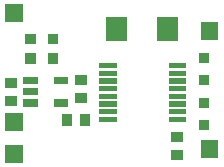
<source format=gtp>
G04 Layer: TopPasteMaskLayer*
G04 EasyEDA v6.4.7, 2021-01-18T10:53:27+01:00*
G04 59e0d5d531bc4477b05e4d448ace7ff7,8dc9eacff13444d6b60fd3cb587e6cd5,05*
G04 Gerber Generator version 0.2*
G04 Scale: 100 percent, Rotated: No, Reflected: No *
G04 Dimensions in inches *
G04 leading zeros omitted , absolute positions ,2 integer and 4 decimal *
%FSLAX24Y24*%
%MOIN*%
G90*
D02*

%ADD18R,0.035433X0.035433*%
%ADD19R,0.040000X0.036000*%
%ADD20R,0.036000X0.040000*%

%LPD*%
G36*
G01X3299Y3579D02*
G01X3890Y3579D01*
G01X3890Y3402D01*
G01X3299Y3402D01*
G01X3299Y3579D01*
G37*
G36*
G01X3299Y3323D02*
G01X3890Y3323D01*
G01X3890Y3146D01*
G01X3299Y3146D01*
G01X3299Y3323D01*
G37*
G36*
G01X3299Y3067D02*
G01X3890Y3067D01*
G01X3890Y2890D01*
G01X3299Y2890D01*
G01X3299Y3067D01*
G37*
G36*
G01X3299Y2811D02*
G01X3890Y2811D01*
G01X3890Y2634D01*
G01X3299Y2634D01*
G01X3299Y2811D01*
G37*
G36*
G01X3299Y2555D02*
G01X3890Y2555D01*
G01X3890Y2378D01*
G01X3299Y2378D01*
G01X3299Y2555D01*
G37*
G36*
G01X3299Y2299D02*
G01X3890Y2299D01*
G01X3890Y2122D01*
G01X3299Y2122D01*
G01X3299Y2299D01*
G37*
G36*
G01X3299Y2043D02*
G01X3890Y2043D01*
G01X3890Y1866D01*
G01X3299Y1866D01*
G01X3299Y2043D01*
G37*
G36*
G01X3299Y1788D02*
G01X3890Y1788D01*
G01X3890Y1610D01*
G01X3299Y1610D01*
G01X3299Y1788D01*
G37*
G36*
G01X5622Y1788D02*
G01X6212Y1788D01*
G01X6212Y1610D01*
G01X5622Y1610D01*
G01X5622Y1788D01*
G37*
G36*
G01X5622Y2043D02*
G01X6212Y2043D01*
G01X6212Y1866D01*
G01X5622Y1866D01*
G01X5622Y2043D01*
G37*
G36*
G01X5622Y2299D02*
G01X6212Y2299D01*
G01X6212Y2122D01*
G01X5622Y2122D01*
G01X5622Y2299D01*
G37*
G36*
G01X5622Y2555D02*
G01X6212Y2555D01*
G01X6212Y2378D01*
G01X5622Y2378D01*
G01X5622Y2555D01*
G37*
G36*
G01X5622Y2811D02*
G01X6212Y2811D01*
G01X6212Y2634D01*
G01X5622Y2634D01*
G01X5622Y2811D01*
G37*
G36*
G01X5622Y3067D02*
G01X6212Y3067D01*
G01X6212Y2890D01*
G01X5622Y2890D01*
G01X5622Y3067D01*
G37*
G36*
G01X5622Y3323D02*
G01X6212Y3323D01*
G01X6212Y3146D01*
G01X5622Y3146D01*
G01X5622Y3323D01*
G37*
G36*
G01X5622Y3579D02*
G01X6212Y3579D01*
G01X6212Y3402D01*
G01X5622Y3402D01*
G01X5622Y3579D01*
G37*
G36*
G01X771Y3126D02*
G01X1252Y3126D01*
G01X1252Y2870D01*
G01X771Y2870D01*
G01X771Y3126D01*
G37*
G36*
G01X771Y2752D02*
G01X1252Y2752D01*
G01X1252Y2496D01*
G01X771Y2496D01*
G01X771Y2752D01*
G37*
G36*
G01X771Y2378D02*
G01X1252Y2378D01*
G01X1252Y2122D01*
G01X771Y2122D01*
G01X771Y2378D01*
G37*
G36*
G01X1803Y2378D02*
G01X2283Y2378D01*
G01X2283Y2122D01*
G01X1803Y2122D01*
G01X1803Y2378D01*
G37*
G36*
G01X1803Y3126D02*
G01X2283Y3126D01*
G01X2283Y2870D01*
G01X1803Y2870D01*
G01X1803Y3126D01*
G37*
G36*
G01X179Y5538D02*
G01X769Y5538D01*
G01X769Y4947D01*
G01X179Y4947D01*
G01X179Y5538D01*
G37*
G36*
G01X179Y1897D02*
G01X769Y1897D01*
G01X769Y1307D01*
G01X179Y1307D01*
G01X179Y1897D01*
G37*
G36*
G01X179Y833D02*
G01X769Y833D01*
G01X769Y242D01*
G01X179Y242D01*
G01X179Y833D01*
G37*
G36*
G01X6694Y4928D02*
G01X7284Y4928D01*
G01X7284Y4338D01*
G01X6694Y4338D01*
G01X6694Y4928D01*
G37*
G36*
G01X6694Y1011D02*
G01X7284Y1011D01*
G01X7284Y420D01*
G01X6694Y420D01*
G01X6694Y1011D01*
G37*
G36*
G01X3550Y5125D02*
G01X4250Y5125D01*
G01X4250Y4325D01*
G01X3550Y4325D01*
G01X3550Y5125D01*
G37*
G36*
G01X5250Y5125D02*
G01X5950Y5125D01*
G01X5950Y4325D01*
G01X5250Y4325D01*
G01X5250Y5125D01*
G37*
G54D18*
G01X6800Y3749D03*
G01X6800Y3000D03*
G01X6800Y2249D03*
G01X6800Y1500D03*
G36*
G01X848Y4552D02*
G01X1203Y4552D01*
G01X1203Y4197D01*
G01X848Y4197D01*
G01X848Y4552D01*
G37*
G36*
G01X1596Y4552D02*
G01X1951Y4552D01*
G01X1951Y4197D01*
G01X1596Y4197D01*
G01X1596Y4552D01*
G37*
G36*
G01X848Y3902D02*
G01X1203Y3902D01*
G01X1203Y3547D01*
G01X848Y3547D01*
G01X848Y3902D01*
G37*
G36*
G01X1596Y3902D02*
G01X1951Y3902D01*
G01X1951Y3547D01*
G01X1596Y3547D01*
G01X1596Y3902D01*
G37*
G54D19*
G01X379Y2925D03*
G01X379Y2324D03*
G01X2700Y2424D03*
G01X2700Y3025D03*
G54D20*
G01X2249Y1675D03*
G01X2850Y1675D03*
G54D19*
G01X5900Y524D03*
G01X5900Y1125D03*
M00*
M02*

</source>
